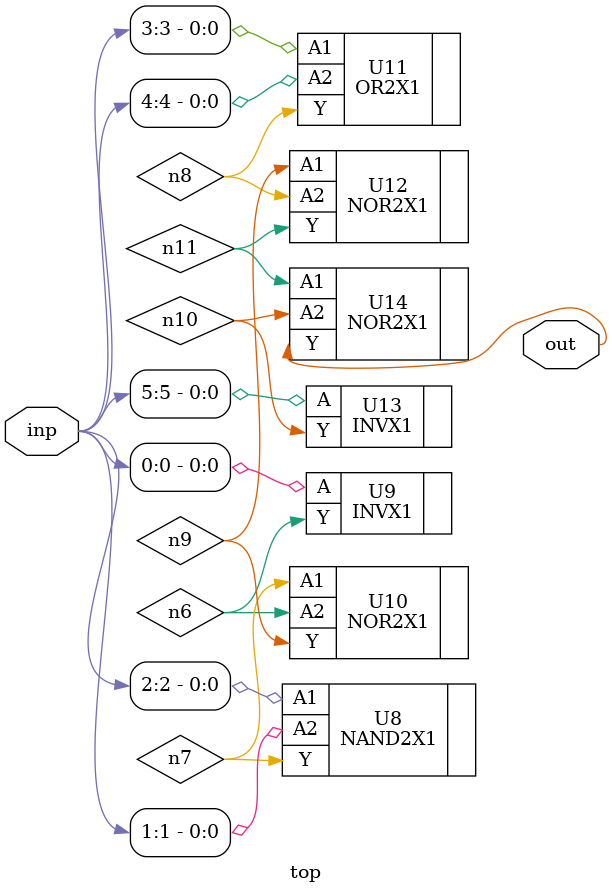
<source format=sv>


module top ( inp, out );
  input [5:0] inp;
  output out;
  wire   n6, n7, n8, n9, n10, n11;

  NAND2X1 U8 ( .A1(inp[2]), .A2(inp[1]), .Y(n7) );
  INVX1 U9 ( .A(inp[0]), .Y(n6) );
  NOR2X1 U10 ( .A1(n7), .A2(n6), .Y(n9) );
  OR2X1 U11 ( .A1(inp[3]), .A2(inp[4]), .Y(n8) );
  NOR2X1 U12 ( .A1(n9), .A2(n8), .Y(n11) );
  INVX1 U13 ( .A(inp[5]), .Y(n10) );
  NOR2X1 U14 ( .A1(n11), .A2(n10), .Y(out) );
endmodule


</source>
